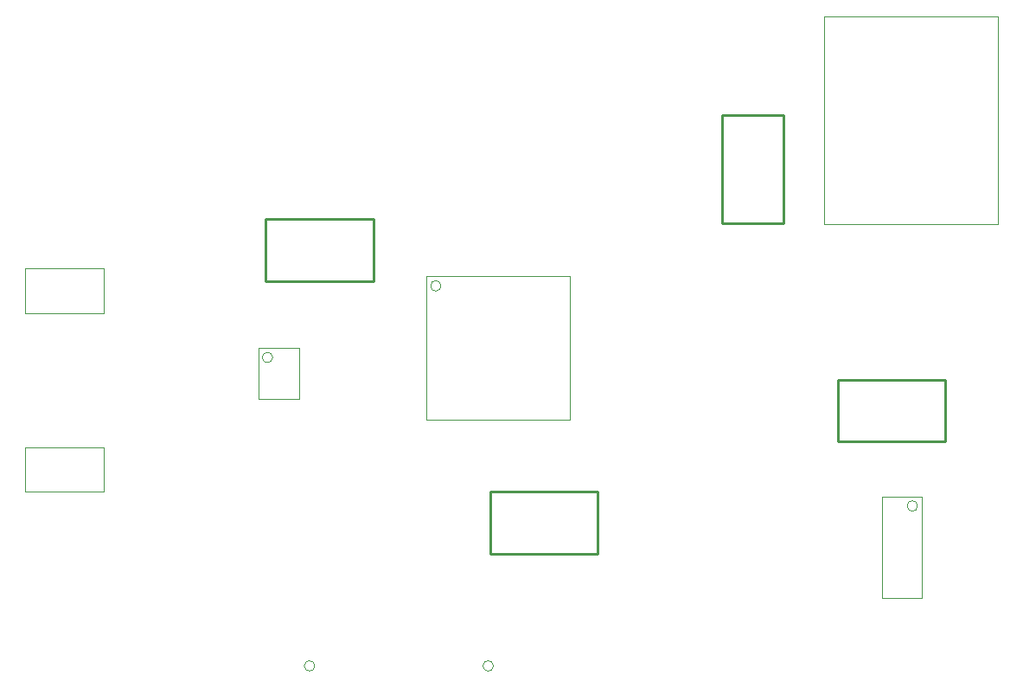
<source format=gbr>
G04 Layer_Color=16711935*
%FSLAX23Y23*%
%MOIN*%
%TF.FileFunction,Mechanical*%
%TF.Part,Single*%
G01*
G75*
%ADD20C,0.010*%
%ADD51C,0.004*%
D20*
X4306Y3612D02*
Y4026D01*
X4374Y3612D02*
X4544D01*
Y4026D01*
X4306D02*
X4544D01*
X4306Y3612D02*
X4376D01*
X4754Y2771D02*
X5168D01*
Y2839D02*
Y3009D01*
X4754D02*
X5168D01*
X4754Y2771D02*
Y3009D01*
X5168Y2771D02*
Y2841D01*
X2549Y3627D02*
X2963D01*
X2549Y3389D02*
Y3559D01*
Y3389D02*
X2963D01*
Y3627D01*
X2549Y3557D02*
Y3627D01*
X3415Y2338D02*
X3829D01*
Y2406D02*
Y2576D01*
X3415D02*
X3829D01*
X3415Y2338D02*
Y2576D01*
X3829Y2338D02*
Y2408D01*
D51*
X2575Y3094D02*
G03*
X2575Y3094I-20J0D01*
G01*
X5061Y2522D02*
G03*
X5061Y2522I-20J0D01*
G01*
X3224Y3370D02*
G03*
X3224Y3370I-20J0D01*
G01*
X3426Y1906D02*
G03*
X3426Y1906I-20J0D01*
G01*
X2737D02*
G03*
X2737Y1906I-20J0D01*
G01*
X4702Y4406D02*
X5371D01*
X4702Y3606D02*
Y4406D01*
Y3606D02*
X5371D01*
Y4406D01*
X1923Y3265D02*
Y3438D01*
X1620Y3265D02*
Y3438D01*
X1923D01*
X1620Y3265D02*
X1923D01*
X1620Y2576D02*
X1923D01*
X1620Y2749D02*
X1923D01*
X1620Y2576D02*
Y2749D01*
X1923Y2576D02*
Y2749D01*
X2520Y2933D02*
Y3130D01*
X2677Y2933D02*
Y3130D01*
X2520D02*
X2677D01*
X2520Y2933D02*
X2677D01*
X4923Y2167D02*
X5077D01*
X4923Y2557D02*
X5077D01*
X4923Y2167D02*
Y2557D01*
X5077Y2167D02*
Y2557D01*
X3169Y2854D02*
X3720D01*
X3169Y3406D02*
X3720D01*
Y2854D02*
Y3406D01*
X3169Y2854D02*
Y3406D01*
%TF.MD5,1CC80782E05CF463667D1CFBFC281C83*%
M02*

</source>
